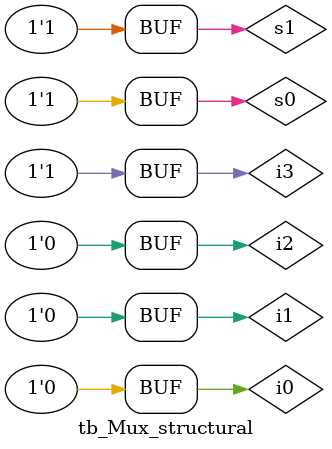
<source format=v>
`timescale 1ns / 1ps

module tb_Mux_structural;

// Inputs to be defined as registers
reg s1;
reg s0;
reg i0;
reg i1;
reg i2;
reg i3;

// Outputs to be defined as wires
wire d;

// Instantiate the Unit Under Test (UUT)
Mux_structural uut (
    .s1(s1),
    .s0(s0),
    .i0(i0),
    .i1(i1),
    .i2(i2),
    .i3(i3),
    .d(d)
);

initial begin
// initialize inputs
s1 = 0;
s0 = 0;
i0 = 0;
i1 = 0;
i2 = 0;
i3 = 0;

// wait 50ns for global reset to finish 
#50;

s1 = 0;
s0 = 0;
i0 = 0;
i1 = 0;
i2 = 0;
i3 = 0;
#50;

s1 = 0;
s0 = 0;
i0 = 1;
i1 = 0;
i2 = 0;
i3 = 0;
#50;

s1 = 0;
s0 = 1;
i0 = 0;
i1 = 0;
i2 = 0;
i3 = 0;
#50;

s1 = 0;
s0 = 1;
i0 = 0;
i1 = 1;
i2 = 0;
i3 = 0;
#50;

s1 = 1;
s0 = 0;
i0 = 0;
i1 = 0;
i2 = 0;
i3 = 0;
#50;

s1 = 1;
s0 = 0;
i0 = 0;
i1 = 0;
i2 = 1;
i3 = 0;
#50;

s1 = 1;
s0 = 1;
i0 = 0;
i1 = 0;
i2 = 0;
i3 = 0;
#50;

s1 = 1;
s0 = 1;
i0 = 0;
i1 = 0;
i2 = 0;
i3 = 1;
#50;

end

endmodule

</source>
